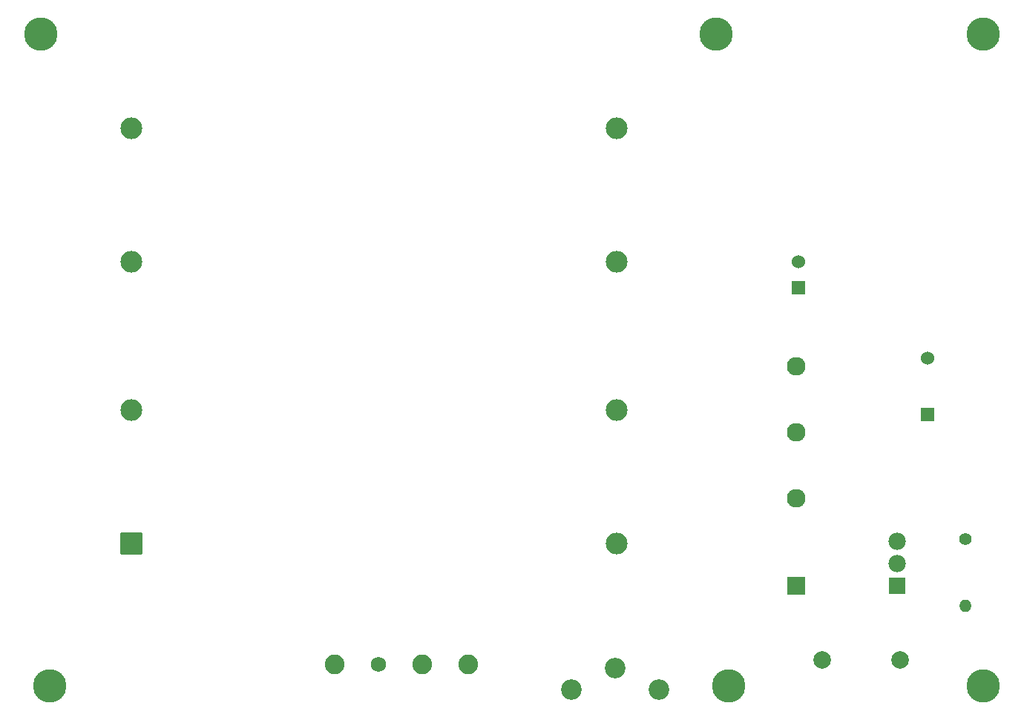
<source format=gbs>
G04 #@! TF.GenerationSoftware,KiCad,Pcbnew,8.0.3*
G04 #@! TF.CreationDate,2024-06-16T23:51:53-05:00*
G04 #@! TF.ProjectId,Linear Power Supply - Summer 2024,4c696e65-6172-4205-906f-776572205375,rev?*
G04 #@! TF.SameCoordinates,Original*
G04 #@! TF.FileFunction,Soldermask,Bot*
G04 #@! TF.FilePolarity,Negative*
%FSLAX46Y46*%
G04 Gerber Fmt 4.6, Leading zero omitted, Abs format (unit mm)*
G04 Created by KiCad (PCBNEW 8.0.3) date 2024-06-16 23:51:53*
%MOMM*%
%LPD*%
G01*
G04 APERTURE LIST*
G04 Aperture macros list*
%AMRoundRect*
0 Rectangle with rounded corners*
0 $1 Rounding radius*
0 $2 $3 $4 $5 $6 $7 $8 $9 X,Y pos of 4 corners*
0 Add a 4 corners polygon primitive as box body*
4,1,4,$2,$3,$4,$5,$6,$7,$8,$9,$2,$3,0*
0 Add four circle primitives for the rounded corners*
1,1,$1+$1,$2,$3*
1,1,$1+$1,$4,$5*
1,1,$1+$1,$6,$7*
1,1,$1+$1,$8,$9*
0 Add four rect primitives between the rounded corners*
20,1,$1+$1,$2,$3,$4,$5,0*
20,1,$1+$1,$4,$5,$6,$7,0*
20,1,$1+$1,$6,$7,$8,$9,0*
20,1,$1+$1,$8,$9,$2,$3,0*%
G04 Aperture macros list end*
%ADD10R,1.524000X1.524000*%
%ADD11C,1.524000*%
%ADD12C,1.980000*%
%ADD13R,1.980000X1.980000*%
%ADD14C,2.130000*%
%ADD15R,2.130000X2.130000*%
%ADD16C,3.800000*%
%ADD17C,1.400000*%
%ADD18O,1.400000X1.400000*%
%ADD19C,2.340000*%
%ADD20RoundRect,0.102000X1.143000X-1.143000X1.143000X1.143000X-1.143000X1.143000X-1.143000X-1.143000X0*%
%ADD21C,2.490000*%
%ADD22C,2.250000*%
%ADD23C,1.750000*%
%ADD24C,2.000000*%
G04 APERTURE END LIST*
D10*
X204186000Y-100503700D03*
D11*
X204186000Y-94003700D03*
D10*
X189436000Y-86000000D03*
D11*
X189436000Y-83000000D03*
D12*
X200686000Y-114953700D03*
X200686000Y-117503700D03*
D13*
X200686000Y-120053700D03*
D14*
X189186000Y-95003700D03*
X189186000Y-102503700D03*
X189186000Y-110003700D03*
D15*
X189186000Y-120003700D03*
D16*
X104000000Y-131500000D03*
X210500000Y-57000000D03*
D17*
X208500000Y-114690000D03*
D18*
X208500000Y-122310000D03*
D19*
X173500000Y-131900000D03*
X168500000Y-129400000D03*
X163500000Y-131900000D03*
D16*
X103000000Y-57000000D03*
D20*
X113314000Y-115236300D03*
D21*
X113314000Y-99996300D03*
X113314000Y-67763700D03*
X113314000Y-83003700D03*
X168686000Y-115236300D03*
X168686000Y-99996300D03*
X168686000Y-67763700D03*
X168686000Y-83003700D03*
D16*
X181500000Y-131500000D03*
X210500000Y-131464466D03*
X180000000Y-57000000D03*
D22*
X136500000Y-129000000D03*
X146500000Y-129000000D03*
D23*
X141500000Y-129000000D03*
D22*
X151750000Y-129000000D03*
D24*
X192150000Y-128500000D03*
X201000000Y-128500000D03*
M02*

</source>
